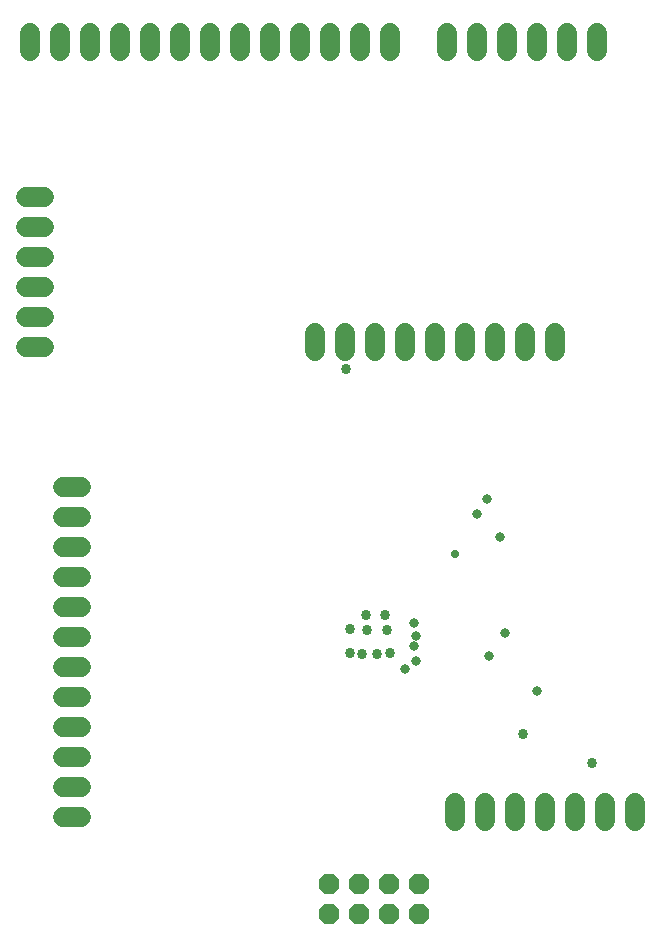
<source format=gbs>
G75*
%MOIN*%
%OFA0B0*%
%FSLAX25Y25*%
%IPPOS*%
%LPD*%
%AMOC8*
5,1,8,0,0,1.08239X$1,22.5*
%
%ADD10OC8,0.06800*%
%ADD11C,0.06800*%
%ADD12C,0.03200*%
%ADD13C,0.03400*%
%ADD14C,0.02800*%
D10*
X0124964Y0024326D03*
X0124964Y0034326D03*
X0134964Y0034326D03*
X0134964Y0024326D03*
X0144964Y0024326D03*
X0144964Y0034326D03*
X0154964Y0034326D03*
X0154964Y0024326D03*
D11*
X0042179Y0056655D02*
X0036179Y0056655D01*
X0036179Y0066655D02*
X0042179Y0066655D01*
X0042179Y0076655D02*
X0036179Y0076655D01*
X0036179Y0086655D02*
X0042179Y0086655D01*
X0042179Y0096655D02*
X0036179Y0096655D01*
X0036179Y0106655D02*
X0042179Y0106655D01*
X0042179Y0116655D02*
X0036179Y0116655D01*
X0036179Y0126655D02*
X0042179Y0126655D01*
X0042179Y0136655D02*
X0036179Y0136655D01*
X0036179Y0146655D02*
X0042179Y0146655D01*
X0042179Y0156655D02*
X0036179Y0156655D01*
X0036179Y0166655D02*
X0042179Y0166655D01*
X0029781Y0213344D02*
X0023781Y0213344D01*
X0023781Y0223344D02*
X0029781Y0223344D01*
X0029781Y0233344D02*
X0023781Y0233344D01*
X0023781Y0243344D02*
X0029781Y0243344D01*
X0029781Y0253344D02*
X0023781Y0253344D01*
X0023781Y0263344D02*
X0029781Y0263344D01*
X0025240Y0312093D02*
X0025240Y0318093D01*
X0035240Y0318093D02*
X0035240Y0312093D01*
X0045240Y0312093D02*
X0045240Y0318093D01*
X0055240Y0318093D02*
X0055240Y0312093D01*
X0065240Y0312093D02*
X0065240Y0318093D01*
X0075240Y0318093D02*
X0075240Y0312093D01*
X0085240Y0312093D02*
X0085240Y0318093D01*
X0095240Y0318093D02*
X0095240Y0312093D01*
X0105240Y0312093D02*
X0105240Y0318093D01*
X0115240Y0318093D02*
X0115240Y0312093D01*
X0125240Y0312093D02*
X0125240Y0318093D01*
X0135240Y0318093D02*
X0135240Y0312093D01*
X0145240Y0312093D02*
X0145240Y0318093D01*
X0164109Y0318226D02*
X0164109Y0312226D01*
X0174109Y0312226D02*
X0174109Y0318226D01*
X0184109Y0318226D02*
X0184109Y0312226D01*
X0194109Y0312226D02*
X0194109Y0318226D01*
X0204109Y0318226D02*
X0204109Y0312226D01*
X0214109Y0312226D02*
X0214109Y0318226D01*
X0200174Y0218016D02*
X0200174Y0212016D01*
X0190174Y0212016D02*
X0190174Y0218016D01*
X0180174Y0218016D02*
X0180174Y0212016D01*
X0170174Y0212016D02*
X0170174Y0218016D01*
X0160174Y0218016D02*
X0160174Y0212016D01*
X0150174Y0212016D02*
X0150174Y0218016D01*
X0140174Y0218016D02*
X0140174Y0212016D01*
X0130174Y0212016D02*
X0130174Y0218016D01*
X0120174Y0218016D02*
X0120174Y0212016D01*
X0166675Y0061439D02*
X0166675Y0055439D01*
X0176675Y0055439D02*
X0176675Y0061439D01*
X0186675Y0061439D02*
X0186675Y0055439D01*
X0196675Y0055439D02*
X0196675Y0061439D01*
X0206675Y0061439D02*
X0206675Y0055439D01*
X0216675Y0055439D02*
X0216675Y0061439D01*
X0226675Y0061439D02*
X0226675Y0055439D01*
D12*
X0193980Y0098945D03*
X0183530Y0118195D03*
X0178030Y0110495D03*
X0153946Y0108790D03*
X0153280Y0113795D03*
X0153830Y0117095D03*
X0153280Y0121495D03*
X0149980Y0106095D03*
X0181880Y0150095D03*
X0174180Y0157795D03*
X0177480Y0162745D03*
D13*
X0143579Y0124153D03*
X0144197Y0119275D03*
X0145145Y0111339D03*
X0140641Y0111215D03*
X0135847Y0111174D03*
X0131839Y0111298D03*
X0131839Y0119337D03*
X0137400Y0119275D03*
X0137215Y0123968D03*
X0189521Y0084362D03*
X0212569Y0074897D03*
X0130403Y0206284D03*
D14*
X0166851Y0144396D03*
M02*

</source>
